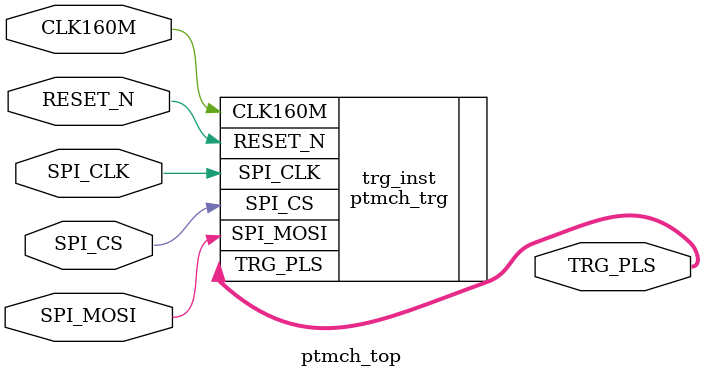
<source format=sv>
module ptmch_top(
    // Reset/Clock
    input  logic          RESET_N,
    input  logic          CLK160M,
 //   input  logic        CLK100M,
    // SPI Interface
    input  logic          SPI_CS,
    input  logic          SPI_CLK,
    input  logic          SPI_MOSI,
    output logic [ 4: 0]  TRG_PLS
);
//==================================================================================================
//  PARAMETER declarations
//==================================================================================================
//    parameter p_addrexpander   = 16'h3000;
//==================================================================================================
//  Internal Signal
//==================================================================================================

//==================================================================================================
//  output Port
//==================================================================================================

//==================================================================================================
//  Structural coding
//==================================================================================================

ptmch_trg trg_inst(
    .RESET_N(RESET_N),
    .CLK160M(CLK160M),
    .SPI_CS(SPI_CS),
    .SPI_CLK(SPI_CLK),
    .SPI_MOSI(SPI_MOSI),
    .TRG_PLS(TRG_PLS)
);

endmodule

</source>
